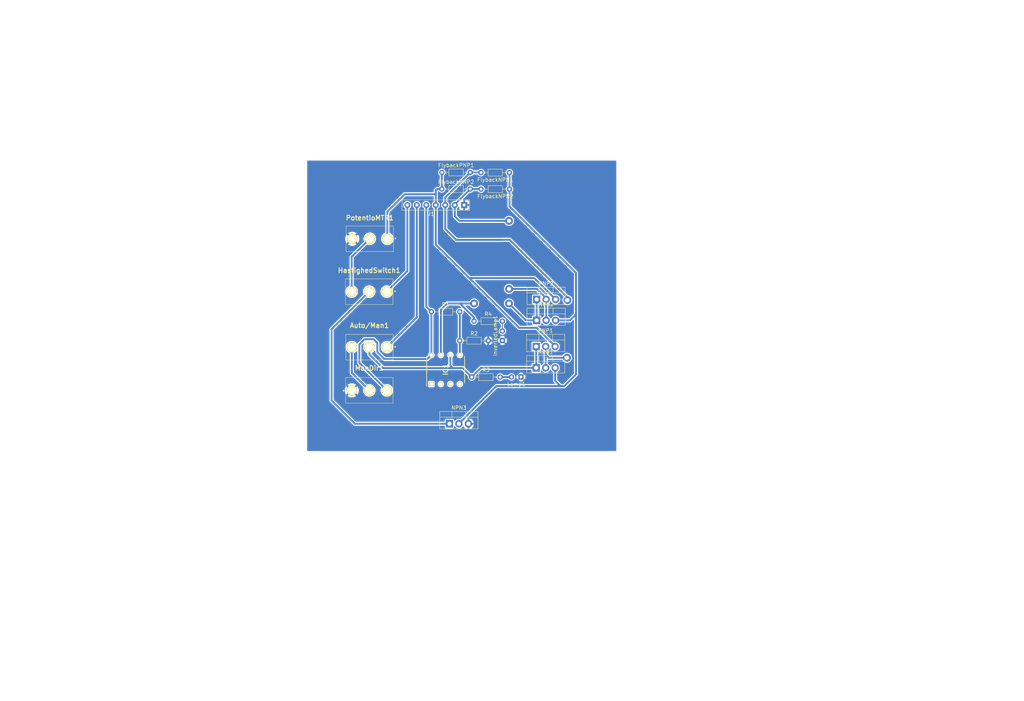
<source format=kicad_pcb>
(kicad_pcb (version 20211014) (generator pcbnew)
  (layers (0 "F.Cu" signal) (31 "B.Cu" signal) (34 "B.Paste" user) (35 "F.Paste" user) (36 "B.SilkS" user "B.Silkscreen") (37 "F.SilkS" user "F.Silkscreen") (38 "B.Mask" user) (39 "F.Mask" user) (44 "Edge.Cuts" user))
  (net 0 "")
  (net 1 "Net-(FlybackNPN1-Pad1)")
  (net 2 "GNDREF")
  (net 3 "Net-(HastighedSwitch1-Pad3)")
  (net 4 "/SPD")
  (net 5 "/5V")
  (net 6 "/DIR")
  (net 7 "Net-(Auto/Man1-Pad3)")
  (net 8 "/6V")
  (net 9 "/MTR +")
  (net 10 "/MTR -")
  (net 11 "Net-(HastighedSwitch1-Pad2)")
  (net 12 "Net-(IC1-Pad7)")
  (net 13 "Net-(IC1-Pad5)")
  (net 18 "Net-(InvertedLamp1-Pad2)")
  (net 19 "Net-(Lamp1-Pad2)")
  (net 20 "Net-(NPN1-Pad1)")
  (footprint "Package_TO_SOT_THT:TO-220-3_Vertical" (layer "F.Cu") (at 156.464 98.5774)
    (fp_text reference "NPN2" (at 2.54 -4.27) (layer "F.SilkS"))
    (fp_text value "IRF540N" hide)
    (fp_line (start 7.66 -3.27) (end 7.66 1.371) (layer "F.SilkS") (width 0.12))
    (fp_line (start 4.391 -3.27) (end 4.391 -1.76) (layer "F.SilkS") (width 0.12))
    (fp_line (start -2.58 -1.76) (end 7.66 -1.76) (layer "F.SilkS") (width 0.12))
    (fp_line (start -2.58 1.371) (end 7.66 1.371) (layer "F.SilkS") (width 0.12))
    (fp_line (start -2.58 -3.27) (end -2.58 1.371) (layer "F.SilkS") (width 0.12))
    (fp_line (start 0.69 -3.27) (end 0.69 -1.76) (layer "F.SilkS") (width 0.12))
    (fp_line (start -2.58 -3.27) (end 7.66 -3.27) (layer "F.SilkS") (width 0.12))
    (pad "1" thru_hole rect (at 0 0) (size 1.905 2) (drill 1.1) (layers *.Cu *.Mask) (net 12 "Net-(IC1-Pad7)"))
    (pad "2" thru_hole oval (at 2.54 0) (size 1.905 2) (drill 1.1) (layers *.Cu *.Mask) (net 10 "/MTR -"))
    (pad "3" thru_hole oval (at 5.08 0) (size 1.905 2) (drill 1.1) (layers *.Cu *.Mask) (net 1 "Net-(FlybackNPN1-Pad1)"))
  )
  (footprint "100SP1T1B4M2QELegacy:100SP1T1B4M2QE" (layer "F.Cu") (at 111.633 117.348)
    (fp_text reference "ManDir1" (at 0 -5.969) (layer "F.SilkS") (effects (font (size 1.27 1.27) (thickness 0.254))))
    (fp_text value "100SP1T1B4M2QE" hide)
    (fp_line (start 6.35 -3.43) (end 6.35 3.43) (layer "F.SilkS") (width 0.1))
    (fp_line (start -6.35 -3.43) (end 6.35 -3.43) (layer "F.SilkS") (width 0.1))
    (fp_line (start -6.9 0) (end -6.9 0) (layer "F.SilkS") (width 0.2))
    (fp_line (start -6.35 3.43) (end -6.35 -3.43) (layer "F.SilkS") (width 0.1))
    (fp_line (start 6.35 3.43) (end -6.35 3.43) (layer "F.SilkS") (width 0.1))
    (fp_line (start -6.9 0.2) (end -6.9 0.2) (layer "F.SilkS") (width 0.2))
    (fp_arc (start -6.9 0) (mid -6.8 0.1) (end -6.9 0.2) (layer "F.SilkS") (width 0.2))
    (fp_arc (start -6.9 0.2) (mid -7 0.1) (end -6.9 0) (layer "F.SilkS") (width 0.2))
    (pad "1" thru_hole circle (at -4.7 0 90) (size 2.775 2.775) (drill 1.85) (layers *.Cu *.Mask "F.SilkS") (net 2 "GNDREF"))
    (pad "2" thru_hole circle (at 0 0 90) (size 2.775 2.775) (drill 1.85) (layers *.Cu *.Mask "F.SilkS") (net 7 "Net-(Auto/Man1-Pad3)"))
    (pad "3" thru_hole circle (at 4.7 0 90) (size 2.775 2.775) (drill 1.85) (layers *.Cu *.Mask "F.SilkS") (net 5 "/5V"))
  )
  (footprint "Resistor_THT:R_Axial_DIN0204_L3.6mm_D1.6mm_P7.62mm_Horizontal" (layer "F.Cu") (at 128.27 96.266)
    (fp_text reference "R1" (at 3.81 -1.92) (layer "F.SilkS"))
    (fp_text value "R_Small_US")
    (fp_line (start 5.73 0.92) (end 5.73 -0.92) (layer "F.SilkS") (width 0.12))
    (fp_line (start 6.68 0) (end 5.73 0) (layer "F.SilkS") (width 0.12))
    (fp_line (start 1.89 0.92) (end 5.73 0.92) (layer "F.SilkS") (width 0.12))
    (fp_line (start 1.89 -0.92) (end 1.89 0.92) (layer "F.SilkS") (width 0.12))
    (fp_line (start 5.73 -0.92) (end 1.89 -0.92) (layer "F.SilkS") (width 0.12))
    (fp_line (start 0.94 0) (end 1.89 0) (layer "F.SilkS") (width 0.12))
    (pad "1" thru_hole circle (at 0 0) (size 1.4 1.4) (drill 0.7) (layers *.Cu *.Mask) (net 5 "/5V"))
    (pad "2" thru_hole oval (at 7.62 0) (size 1.4 1.4) (drill 0.7) (layers *.Cu *.Mask) (net 13 "Net-(IC1-Pad5)"))
  )
  (footprint "Package_TO_SOT_THT:TO-220-3_Vertical" (layer "F.Cu") (at 156.337 111.308)
    (fp_text reference "NPN1" (at 2.54 -4.27) (layer "F.SilkS"))
    (fp_text value "IRF540N" hide)
    (fp_line (start 7.66 -3.27) (end 7.66 1.371) (layer "F.SilkS") (width 0.12))
    (fp_line (start 4.391 -3.27) (end 4.391 -1.76) (layer "F.SilkS") (width 0.12))
    (fp_line (start 0.69 -3.27) (end 0.69 -1.76) (layer "F.SilkS") (width 0.12))
    (fp_line (start -2.58 1.371) (end 7.66 1.371) (layer "F.SilkS") (width 0.12))
    (fp_line (start -2.58 -1.76) (end 7.66 -1.76) (layer "F.SilkS") (width 0.12))
    (fp_line (start -2.58 -3.27) (end -2.58 1.371) (layer "F.SilkS") (width 0.12))
    (fp_line (start -2.58 -3.27) (end 7.66 -3.27) (layer "F.SilkS") (width 0.12))
    (pad "1" thru_hole rect (at 0 0) (size 1.905 2) (drill 1.1) (layers *.Cu *.Mask) (net 20 "Net-(NPN1-Pad1)"))
    (pad "2" thru_hole oval (at 2.54 0) (size 1.905 2) (drill 1.1) (layers *.Cu *.Mask) (net 9 "/MTR +"))
    (pad "3" thru_hole oval (at 5.08 0) (size 1.905 2) (drill 1.1) (layers *.Cu *.Mask) (net 1 "Net-(FlybackNPN1-Pad1)"))
  )
  (footprint "Resistor_THT:R_Axial_DIN0204_L3.6mm_D1.6mm_P7.62mm_Horizontal" (layer "F.Cu") (at 131.064 58.928)
    (fp_text reference "FlybackPNP1" (at 3.81 -1.92) (layer "F.SilkS"))
    (fp_text value "R_Small_US")
    (fp_line (start 5.73 0.92) (end 5.73 -0.92) (layer "F.SilkS") (width 0.12))
    (fp_line (start 5.73 -0.92) (end 1.89 -0.92) (layer "F.SilkS") (width 0.12))
    (fp_line (start 1.89 -0.92) (end 1.89 0.92) (layer "F.SilkS") (width 0.12))
    (fp_line (start 6.68 0) (end 5.73 0) (layer "F.SilkS") (width 0.12))
    (fp_line (start 1.89 0.92) (end 5.73 0.92) (layer "F.SilkS") (width 0.12))
    (fp_line (start 0.94 0) (end 1.89 0) (layer "F.SilkS") (width 0.12))
    (pad "1" thru_hole circle (at 0 0) (size 1.4 1.4) (drill 0.7) (layers *.Cu *.Mask) (net 8 "/6V"))
    (pad "2" thru_hole oval (at 7.62 0) (size 1.4 1.4) (drill 0.7) (layers *.Cu *.Mask) (net 9 "/MTR +"))
  )
  (footprint "Package_TO_SOT_THT:TO-220-3_Vertical" (layer "F.Cu") (at 156.464 92.964)
    (fp_text reference "PNP2" (at 2.54 -4.27) (layer "F.SilkS"))
    (fp_text value "IRF9540N" hide)
    (fp_line (start -2.58 -3.27) (end -2.58 1.371) (layer "F.SilkS") (width 0.12))
    (fp_line (start -2.58 -1.76) (end 7.66 -1.76) (layer "F.SilkS") (width 0.12))
    (fp_line (start 7.66 -3.27) (end 7.66 1.371) (layer "F.SilkS") (width 0.12))
    (fp_line (start 0.69 -3.27) (end 0.69 -1.76) (layer "F.SilkS") (width 0.12))
    (fp_line (start -2.58 -3.27) (end 7.66 -3.27) (layer "F.SilkS") (width 0.12))
    (fp_line (start -2.58 1.371) (end 7.66 1.371) (layer "F.SilkS") (width 0.12))
    (fp_line (start 4.391 -3.27) (end 4.391 -1.76) (layer "F.SilkS") (width 0.12))
    (pad "1" thru_hole rect (at 0 0) (size 1.905 2) (drill 1.1) (layers *.Cu *.Mask) (net 12 "Net-(IC1-Pad7)"))
    (pad "2" thru_hole oval (at 2.54 0) (size 1.905 2) (drill 1.1) (layers *.Cu *.Mask) (net 10 "/MTR -"))
    (pad "3" thru_hole oval (at 5.08 0) (size 1.905 2) (drill 1.1) (layers *.Cu *.Mask) (net 8 "/6V"))
  )
  (footprint "100SP1T1B4M2QELegacy:100SP1T1B4M2QE" (layer "F.Cu") (at 111.6076 90.8812 180)
    (fp_text reference "HastighedSwitch1" (at 0 5.6896) (layer "F.SilkS") (effects (font (size 1.27 1.27) (thickness 0.254))))
    (fp_text value "100SP1T1B4M2QE" hide)
    (fp_line (start -6.35 -3.43) (end 6.35 -3.43) (layer "F.SilkS") (width 0.1))
    (fp_line (start -6.9 0.2) (end -6.9 0.2) (layer "F.SilkS") (width 0.2))
    (fp_line (start -6.9 0) (end -6.9 0) (layer "F.SilkS") (width 0.2))
    (fp_line (start 6.35 -3.43) (end 6.35 3.43) (layer "F.SilkS") (width 0.1))
    (fp_line (start -6.35 3.43) (end -6.35 -3.43) (layer "F.SilkS") (width 0.1))
    (fp_line (start 6.35 3.43) (end -6.35 3.43) (layer "F.SilkS") (width 0.1))
    (fp_arc (start -6.9 0.2) (mid -7 0.1) (end -6.9 0) (layer "F.SilkS") (width 0.2))
    (fp_arc (start -6.9 0) (mid -6.8 0.1) (end -6.9 0.2) (layer "F.SilkS") (width 0.2))
    (pad "1" thru_hole circle (at -4.7 0 270) (size 2.775 2.775) (drill 1.85) (layers *.Cu *.Mask "F.SilkS") (net 6 "/DIR"))
    (pad "2" thru_hole circle (at 0 0 270) (size 2.775 2.775) (drill 1.85) (layers *.Cu *.Mask "F.SilkS") (net 11 "Net-(HastighedSwitch1-Pad2)"))
    (pad "3" thru_hole circle (at 4.7 0 270) (size 2.775 2.775) (drill 1.85) (layers *.Cu *.Mask "F.SilkS") (net 3 "Net-(HastighedSwitch1-Pad3)"))
  )
  (footprint "Package_TO_SOT_THT:TO-220-3_Vertical" (layer "F.Cu") (at 133.096 126.294)
    (fp_text reference "NPN3" (at 2.54 -4.27) (layer "F.SilkS"))
    (fp_text value "IRF540N")
    (fp_line (start 0.69 -3.27) (end 0.69 -1.76) (layer "F.SilkS") (width 0.12))
    (fp_line (start 4.391 -3.27) (end 4.391 -1.76) (layer "F.SilkS") (width 0.12))
    (fp_line (start -2.58 1.371) (end 7.66 1.371) (layer "F.SilkS") (width 0.12))
    (fp_line (start 7.66 -3.27) (end 7.66 1.371) (layer "F.SilkS") (width 0.12))
    (fp_line (start -2.58 -1.76) (end 7.66 -1.76) (layer "F.SilkS") (width 0.12))
    (fp_line (start -2.58 -3.27) (end -2.58 1.371) (layer "F.SilkS") (width 0.12))
    (fp_line (start -2.58 -3.27) (end 7.66 -3.27) (layer "F.SilkS") (width 0.12))
    (pad "1" thru_hole rect (at 0 0) (size 1.905 2) (drill 1.1) (layers *.Cu *.Mask) (net 11 "Net-(HastighedSwitch1-Pad2)"))
    (pad "2" thru_hole oval (at 2.54 0) (size 1.905 2) (drill 1.1) (layers *.Cu *.Mask) (net 1 "Net-(FlybackNPN1-Pad1)"))
    (pad "3" thru_hole oval (at 5.08 0) (size 1.905 2) (drill 1.1) (layers *.Cu *.Mask) (net 2 "GNDREF"))
  )
  (footprint "MCP6542-I_P:DIP781W56P254L950H533Q8N" (layer "F.Cu") (at 132.08 111.76 90)
    (fp_text reference "IC1" (at 0 0 90) (layer "F.SilkS") (effects (font (size 1.27 1.27) (thickness 0.254))))
    (fp_text value "MCP6542-I_P" hide)
    (fp_line (start -3.556 5.08) (end 3.556 5.08) (layer "F.SilkS") (width 0.2))
    (fp_line (start -4.484 -5.08) (end 3.556 -5.08) (layer "F.SilkS") (width 0.2))
    (pad "1" thru_hole rect (at -3.905 -3.81 180) (size 1.158 1.158) (drill 0.758) (layers *.Cu *.Mask "F.SilkS"))
    (pad "2" thru_hole circle (at -3.905 -1.27 180) (size 1.158 1.158) (drill 0.758) (layers *.Cu *.Mask "F.SilkS"))
    (pad "3" thru_hole circle (at -3.905 1.27 180) (size 1.158 1.158) (drill 0.758) (layers *.Cu *.Mask "F.SilkS"))
    (pad "4" thru_hole circle (at -3.905 3.81 180) (size 1.158 1.158) (drill 0.758) (layers *.Cu *.Mask "F.SilkS"))
    (pad "5" thru_hole circle (at 3.905 3.81 180) (size 1.158 1.158) (drill 0.758) (layers *.Cu *.Mask "F.SilkS") (net 13 "Net-(IC1-Pad5)"))
    (pad "6" thru_hole circle (at 3.905 1.27 180) (size 1.158 1.158) (drill 0.758) (layers *.Cu *.Mask "F.SilkS") (net 20 "Net-(NPN1-Pad1)"))
    (pad "7" thru_hole circle (at 3.905 -1.27 180) (size 1.158 1.158) (drill 0.758) (layers *.Cu *.Mask "F.SilkS") (net 12 "Net-(IC1-Pad7)"))
    (pad "8" thru_hole circle (at 3.905 -3.81 180) (size 1.158 1.158) (drill 0.758) (layers *.Cu *.Mask "F.SilkS") (net 5 "/5V"))
  )
  (footprint "Resistor_THT:R_Axial_DIN0204_L3.6mm_D1.6mm_P2.54mm_Vertical" (layer "F.Cu") (at 152.273 113.7666 180)
    (fp_text reference "Lamp1" (at 1.27 -1.92 180) (layer "F.SilkS"))
    (fp_text value "Lamp")
    (fp_line (start 0.92 0) (end 1.54 0) (layer "F.SilkS") (width 0.12))
    (fp_circle (center 0 0) (end 0.92 0) (layer "F.SilkS") (width 0.12) (fill none))
    (pad "1" thru_hole circle (at 0 0 180) (size 1.4 1.4) (drill 0.7) (layers *.Cu *.Mask) (net 2 "GNDREF"))
    (pad "2" thru_hole oval (at 2.54 0 180) (size 1.4 1.4) (drill 0.7) (layers *.Cu *.Mask) (net 19 "Net-(Lamp1-Pad2)"))
  )
  (footprint "Resistor_THT:R_Axial_DIN0204_L3.6mm_D1.6mm_P7.62mm_Horizontal" (layer "F.Cu") (at 149.1742 58.9788 180)
    (fp_text reference "FlybackNPN1" (at 3.81 -1.92 180) (layer "F.SilkS"))
    (fp_text value "R_Small_US")
    (fp_line (start 0.94 0) (end 1.89 0) (layer "F.SilkS") (width 0.12))
    (fp_line (start 5.73 -0.92) (end 1.89 -0.92) (layer "F.SilkS") (width 0.12))
    (fp_line (start 1.89 0.92) (end 5.73 0.92) (layer "F.SilkS") (width 0.12))
    (fp_line (start 5.73 0.92) (end 5.73 -0.92) (layer "F.SilkS") (width 0.12))
    (fp_line (start 1.89 -0.92) (end 1.89 0.92) (layer "F.SilkS") (width 0.12))
    (fp_line (start 6.68 0) (end 5.73 0) (layer "F.SilkS") (width 0.12))
    (pad "1" thru_hole circle (at 0 0 180) (size 1.4 1.4) (drill 0.7) (layers *.Cu *.Mask) (net 1 "Net-(FlybackNPN1-Pad1)"))
    (pad "2" thru_hole oval (at 7.62 0 180) (size 1.4 1.4) (drill 0.7) (layers *.Cu *.Mask) (net 9 "/MTR +"))
  )
  (footprint "Resistor_THT:R_Axial_DIN0204_L3.6mm_D1.6mm_P2.54mm_Vertical" (layer "F.Cu") (at 147.2946 103.9876 90)
    (fp_text reference "InvertedLamp1" (at 1.27 -1.92 90) (layer "F.SilkS"))
    (fp_text value "Lamp")
    (fp_line (start 0.92 0) (end 1.54 0) (layer "F.SilkS") (width 0.12))
    (fp_circle (center 0 0) (end 0.92 0) (layer "F.SilkS") (width 0.12) (fill none))
    (pad "1" thru_hole circle (at 0 0 90) (size 1.4 1.4) (drill 0.7) (layers *.Cu *.Mask) (net 2 "GNDREF"))
    (pad "2" thru_hole oval (at 2.54 0 90) (size 1.4 1.4) (drill 0.7) (layers *.Cu *.Mask) (net 18 "Net-(InvertedLamp1-Pad2)"))
  )
  (footprint "Resistor_THT:R_Axial_DIN0204_L3.6mm_D1.6mm_P7.62mm_Horizontal" (layer "F.Cu") (at 139.6746 98.806)
    (fp_text reference "R4" (at 3.81 -1.92) (layer "F.SilkS"))
    (fp_text value "R")
    (fp_line (start 0.94 0) (end 1.89 0) (layer "F.SilkS") (width 0.12))
    (fp_line (start 5.73 0.92) (end 5.73 -0.92) (layer "F.SilkS") (width 0.12))
    (fp_line (start 1.89 -0.92) (end 1.89 0.92) (layer "F.SilkS") (width 0.12))
    (fp_line (start 5.73 -0.92) (end 1.89 -0.92) (layer "F.SilkS") (width 0.12))
    (fp_line (start 6.68 0) (end 5.73 0) (layer "F.SilkS") (width 0.12))
    (fp_line (start 1.89 0.92) (end 5.73 0.92) (layer "F.SilkS") (width 0.12))
    (pad "1" thru_hole circle (at 0 0) (size 1.4 1.4) (drill 0.7) (layers *.Cu *.Mask) (net 12 "Net-(IC1-Pad7)"))
    (pad "2" thru_hole oval (at 7.62 0) (size 1.4 1.4) (drill 0.7) (layers *.Cu *.Mask) (net 18 "Net-(InvertedLamp1-Pad2)"))
  )
  (footprint "Resistor_THT:R_Array_SIP7" (layer "F.Cu") (at 137.0584 67.6656 180)
    (fp_text reference "J1" (at 8.89 -2.4) (layer "F.SilkS"))
    (fp_text value "Conn_01x07_Male")
    (fp_line (start -1.44 1.4) (end 16.68 1.4) (layer "F.SilkS") (width 0.12))
    (fp_line (start 16.68 -1.4) (end -1.44 -1.4) (layer "F.SilkS") (width 0.12))
    (fp_line (start 16.68 1.4) (end 16.68 -1.4) (layer "F.SilkS") (width 0.12))
    (fp_line (start -1.44 -1.4) (end -1.44 1.4) (layer "F.SilkS") (width 0.12))
    (fp_line (start 1.27 -1.4) (end 1.27 1.4) (layer "F.SilkS") (width 0.12))
    (pad "1" thru_hole rect (at 0 0 180) (size 1.6 1.6) (drill 0.8) (layers *.Cu *.Mask) (net 2 "GNDREF"))
    (pad "2" thru_hole oval (at 2.54 0 180) (size 1.6 1.6) (drill 0.8) (layers *.Cu *.Mask) (net 10 "/MTR -"))
    (pad "3" thru_hole oval (at 5.08 0 180) (size 1.6 1.6) (drill 0.8) (layers *.Cu *.Mask) (net 9 "/MTR +"))
    (pad "4" thru_hole oval (at 7.62 0 180) (size 1.6 1.6) (drill 0.8) (layers *.Cu *.Mask) (net 8 "/6V"))
    (pad "5" thru_hole oval (at 10.16 0 180) (size 1.6 1.6) (drill 0.8) (layers *.Cu *.Mask) (net 5 "/5V"))
    (pad "6" thru_hole oval (at 12.7 0 180) (size 1.6 1.6) (drill 0.8) (layers *.Cu *.Mask) (net 4 "/SPD"))
    (pad "7" thru_hole oval (at 15.24 0 180) (size 1.6 1.6) (drill 0.8) (layers *.Cu *.Mask) (net 6 "/DIR"))
  )
  (footprint "100SP1T1B4M2QELegacy:100SP1T1B4M2QE" (layer "F.Cu") (at 111.6584 105.7656 180)
    (fp_text reference "Auto/Man1" (at 0 5.8166) (layer "F.SilkS") (effects (font (size 1.27 1.27) (thickness 0.254))))
    (fp_text value "100SP1T1B4M2QE" hide)
    (fp_line (start -6.35 3.43) (end -6.35 -3.43) (layer "F.SilkS") (width 0.1))
    (fp_line (start -6.9 0) (end -6.9 0) (layer "F.SilkS") (width 0.2))
    (fp_line (start 6.35 -3.43) (end 6.35 3.43) (layer "F.SilkS") (width 0.1))
    (fp_line (start -6.35 -3.43) (end 6.35 -3.43) (layer "F.SilkS") (width 0.1))
    (fp_line (start 6.35 3.43) (end -6.35 3.43) (layer "F.SilkS") (width 0.1))
    (fp_line (start -6.9 0.2) (end -6.9 0.2) (layer "F.SilkS") (width 0.2))
    (fp_arc (start -6.9 0.2) (mid -7 0.1) (end -6.9 0) (layer "F.SilkS") (width 0.2))
    (fp_arc (start -6.9 0) (mid -6.8 0.1) (end -6.9 0.2) (layer "F.SilkS") (width 0.2))
    (pad "1" thru_hole circle (at -4.7 0 270) (size 2.775 2.775) (drill 1.85) (layers *.Cu *.Mask "F.SilkS") (net 4 "/SPD"))
    (pad "2" thru_hole circle (at 0 0 270) (size 2.775 2.775) (drill 1.85) (layers *.Cu *.Mask "F.SilkS") (net 20 "Net-(NPN1-Pad1)"))
    (pad "3" thru_hole circle (at 4.7 0 270) (size 2.775 2.775) (drill 1.85) (layers *.Cu *.Mask "F.SilkS") (net 7 "Net-(Auto/Man1-Pad3)"))
  )
  (footprint "Resistor_THT:R_Axial_DIN0204_L3.6mm_D1.6mm_P7.62mm_Horizontal" (layer "F.Cu") (at 135.89 104.0384)
    (fp_text reference "R2" (at 3.81 -1.92) (layer "F.SilkS"))
    (fp_text value "R_Small_US")
    (fp_line (start 6.68 0) (end 5.73 0) (layer "F.SilkS") (width 0.12))
    (fp_line (start 5.73 0.92) (end 5.73 -0.92) (layer "F.SilkS") (width 0.12))
    (fp_line (start 1.89 0.92) (end 5.73 0.92) (layer "F.SilkS") (width 0.12))
    (fp_line (start 0.94 0) (end 1.89 0) (layer "F.SilkS") (width 0.12))
    (fp_line (start 1.89 -0.92) (end 1.89 0.92) (layer "F.SilkS") (width 0.12))
    (fp_line (start 5.73 -0.92) (end 1.89 -0.92) (layer "F.SilkS") (width 0.12))
    (pad "1" thru_hole circle (at 0 0) (size 1.4 1.4) (drill 0.7) (layers *.Cu *.Mask) (net 13 "Net-(IC1-Pad5)"))
    (pad "2" thru_hole oval (at 7.62 0) (size 1.4 1.4) (drill 0.7) (layers *.Cu *.Mask) (net 2 "GNDREF"))
  )
  (footprint "Resistor_THT:R_Axial_DIN0204_L3.6mm_D1.6mm_P7.62mm_Horizontal" (layer "F.Cu") (at 131.064 63.373)
    (fp_text reference "FlybackPNP2" (at 3.81 -1.92) (layer "F.SilkS"))
    (fp_text value "R_Small_US")
    (fp_line (start 5.73 0.92) (end 5.73 -0.92) (layer "F.SilkS") (width 0.12))
    (fp_line (start 1.89 -0.92) (end 1.89 0.92) (layer "F.SilkS") (width 0.12))
    (fp_line (start 5.73 -0.92) (end 1.89 -0.92) (layer "F.SilkS") (width 0.12))
    (fp_line (start 6.68 0) (end 5.73 0) (layer "F.SilkS") (width 0.12))
    (fp_line (start 0.94 0) (end 1.89 0) (layer "F.SilkS") (width 0.12))
    (fp_line (start 1.89 0.92) (end 5.73 0.92) (layer "F.SilkS") (width 0.12))
    (pad "1" thru_hole circle (at 0 0) (size 1.4 1.4) (drill 0.7) (layers *.Cu *.Mask) (net 8 "/6V"))
    (pad "2" thru_hole oval (at 7.62 0) (size 1.4 1.4) (drill 0.7) (layers *.Cu *.Mask) (net 10 "/MTR -"))
  )
  (footprint "Package_TO_SOT_THT:TO-220-3_Vertical" (layer "F.Cu") (at 156.337 105.593)
    (fp_text reference "PNP1" (at 2.54 -4.27) (layer "F.SilkS"))
    (fp_text value "IRF9540N" hide)
    (fp_line (start -2.58 -3.27) (end 7.66 -3.27) (layer "F.SilkS") (width 0.12))
    (fp_line (start -2.58 1.371) (end 7.66 1.371) (layer "F.SilkS") (width 0.12))
    (fp_line (start -2.58 -1.76) (end 7.66 -1.76) (layer "F.SilkS") (width 0.12))
    (fp_line (start -2.58 -3.27) (end -2.58 1.371) (layer "F.SilkS") (width 0.12))
    (fp_line (start 0.69 -3.27) (end 0.69 -1.76) (layer "F.SilkS") (width 0.12))
    (fp_line (start 4.391 -3.27) (end 4.391 -1.76) (layer "F.SilkS") (width 0.12))
    (fp_line (start 7.66 -3.27) (end 7.66 1.371) (layer "F.SilkS") (width 0.12))
    (pad "1" thru_hole rect (at 0 0) (size 1.905 2) (drill 1.1) (layers *.Cu *.Mask) (net 20 "Net-(NPN1-Pad1)"))
    (pad "2" thru_hole oval (at 2.54 0) (size 1.905 2) (drill 1.1) (layers *.Cu *.Mask) (net 9 "/MTR +"))
    (pad "3" thru_hole oval (at 5.08 0) (size 1.905 2) (drill 1.1) (layers *.Cu *.Mask) (net 8 "/6V"))
  )
  (footprint "Resistor_THT:R_Axial_DIN0204_L3.6mm_D1.6mm_P7.62mm_Horizontal" (layer "F.Cu") (at 139.065 113.792)
    (fp_text reference "R3" (at 3.81 -1.92) (layer "F.SilkS"))
    (fp_text value "R")
    (fp_line (start 6.68 0) (end 5.73 0) (layer "F.SilkS") (width 0.12))
    (fp_line (start 1.89 -0.92) (end 1.89 0.92) (layer "F.SilkS") (width 0.12))
    (fp_line (start 0.94 0) (end 1.89 0) (layer "F.SilkS") (width 0.12))
    (fp_line (start 5.73 0.92) (end 5.73 -0.92) (layer "F.SilkS") (width 0.12))
    (fp_line (start 1.89 0.92) (end 5.73 0.92) (layer "F.SilkS") (width 0.12))
    (fp_line (start 5.73 -0.92) (end 1.89 -0.92) (layer "F.SilkS") (width 0.12))
    (pad "1" thru_hole circle (at 0 0) (size 1.4 1.4) (drill 0.7) (layers *.Cu *.Mask) (net 20 "Net-(NPN1-Pad1)"))
    (pad "2" thru_hole oval (at 7.62 0) (size 1.4 1.4) (drill 0.7) (layers *.Cu *.Mask) (net 19 "Net-(Lamp1-Pad2)"))
  )
  (footprint "100SP1T1B4M2QELegacy:100SP1T1B4M2QE" (layer "F.Cu") (at 111.76 76.708 180)
    (fp_text reference "PotentioMTR1" (at 0 5.588 180) (layer "F.SilkS") (effects (font (size 1.27 1.27) (thickness 0.254))))
    (fp_text value "R_Potentiometer" hide)
    (fp_line (start -6.9 0.2) (end -6.9 0.2) (layer "F.SilkS") (width 0.2))
    (fp_line (start -6.9 0) (end -6.9 0) (layer "F.SilkS") (width 0.2))
    (fp_line (start 6.35 -3.43) (end 6.35 3.43) (layer "F.SilkS") (width 0.1))
    (fp_line (start 6.35 3.43) (end -6.35 3.43) (layer "F.SilkS") (width 0.1))
    (fp_line (start -6.35 -3.43) (end 6.35 -3.43) (layer "F.SilkS") (width 0.1))
    (fp_line (start -6.35 3.43) (end -6.35 -3.43) (layer "F.SilkS") (width 0.1))
    (fp_arc (start -6.9 0) (mid -6.8 0.1) (end -6.9 0.2) (layer "F.SilkS") (width 0.2))
    (fp_arc (start -6.9 0.2) (mid -7 0.1) (end -6.9 0) (layer "F.SilkS") (width 0.2))
    (pad "1" thru_hole circle (at -4.7 0 270) (size 2.775 2.775) (drill 1.85) (layers *.Cu *.Mask "F.SilkS") (net 8 "/6V"))
    (pad "2" thru_hole circle (at 0 0 270) (size 2.775 2.775) (drill 1.85) (layers *.Cu *.Mask "F.SilkS") (net 3 "Net-(HastighedSwitch1-Pad3)"))
    (pad "3" thru_hole circle (at 4.7 0 270) (size 2.775 2.775) (drill 1.85) (layers *.Cu *.Mask "F.SilkS") (net 2 "GNDREF"))
  )
  (footprint "Resistor_THT:R_Axial_DIN0204_L3.6mm_D1.6mm_P7.62mm_Horizontal" (layer "F.Cu") (at 149.1996 63.3984 180)
    (fp_text reference "FlybackNPN2" (at 3.81 -1.92 180) (layer "F.SilkS"))
    (fp_text value "R_Small_US")
    (fp_line (start 1.89 -0.92) (end 1.89 0.92) (layer "F.SilkS") (width 0.12))
    (fp_line (start 1.89 0.92) (end 5.73 0.92) (layer "F.SilkS") (width 0.12))
    (fp_line (start 0.94 0) (end 1.89 0) (layer "F.SilkS") (width 0.12))
    (fp_line (start 5.73 -0.92) (end 1.89 -0.92) (layer "F.SilkS") (width 0.12))
    (fp_line (start 6.68 0) (end 5.73 0) (layer "F.SilkS") (width 0.12))
    (fp_line (start 5.73 0.92) (end 5.73 -0.92) (layer "F.SilkS") (width 0.12))
    (pad "1" thru_hole circle (at 0 0 180) (size 1.4 1.4) (drill 0.7) (layers *.Cu *.Mask) (net 1 "Net-(FlybackNPN1-Pad1)"))
    (pad "2" thru_hole oval (at 7.62 0 180) (size 1.4 1.4) (drill 0.7) (layers *.Cu *.Mask) (net 10 "/MTR -"))
  )
  (segment (start 149.1996 68.0466) (end 149.2123 68.0593) (width 0.25) (layer "B.Cu") (net 1))
  (segment (start 149.1996 59.0042) (end 149.1742 58.9788) (width 0.25) (layer "B.Cu") (net 1))
  (segment (start 161.4678 116.205) (end 145.669 116.205) (width 0.5) (layer "B.Cu") (net 1))
  (segment (start 167.005 113.0808) (end 163.8808 116.205) (width 0.5) (layer "B.Cu") (net 1))
  (segment (start 145.669 116.2135) (end 145.669 116.205) (width 0.25) (layer "B.Cu") (net 1))
  (segment (start 149.1996 63.3984) (end 149.1996 59.0042) (width 0.5) (layer "B.Cu") (net 1))
  (segment (start 135.636 126.2465) (end 145.669 116.2135) (width 0.5) (layer "B.Cu") (net 1))
  (segment (start 167.005 85.852) (end 167.005 96.9518) (width 0.5) (layer "B.Cu") (net 1))
  (segment (start 161.417 111.308) (end 161.417 114.7826) (width 0.5) (layer "B.Cu") (net 1))
  (segment (start 161.417 116.1542) (end 161.4678 116.205) (width 0.25) (layer "B.Cu") (net 1))
  (segment (start 163.8808 116.205) (end 162.8394 116.205) (width 0.5) (layer "B.Cu") (net 1))
  (segment (start 167.005 98.5266) (end 167.005 113.0808) (width 0.5) (layer "B.Cu") (net 1))
  (segment (start 167.005 96.9518) (end 167.005 98.5266) (width 0.5) (layer "B.Cu") (net 1))
  (segment (start 165.3794 98.5774) (end 167.005 96.9518) (width 0.5) (layer "B.Cu") (net 1))
  (segment (start 135.636 126.294) (end 135.636 126.2465) (width 0.25) (layer "B.Cu") (net 1))
  (segment (start 149.2123 68.0593) (end 167.005 85.852) (width 0.5) (layer "B.Cu") (net 1))
  (segment (start 161.417 114.7826) (end 162.8394 116.205) (width 0.5) (layer "B.Cu") (net 1))
  (segment (start 149.1996 63.3984) (end 149.1996 68.0466) (width 0.5) (layer "B.Cu") (net 1))
  (segment (start 161.544 98.5774) (end 165.3794 98.5774) (width 0.5) (layer "B.Cu") (net 1))
  (segment (start 166.9542 98.5774) (end 167.005 98.5266) (width 0.25) (layer "B.Cu") (net 1))
  (segment (start 162.8394 116.205) (end 161.4678 116.205) (width 0.5) (layer "B.Cu") (net 1))
  (segment (start 106.9076 81.5604) (end 111.76 76.708) (width 0.5) (layer "B.Cu") (net 3))
  (segment (start 106.9076 90.8812) (end 106.9076 81.5604) (width 0.5) (layer "B.Cu") (net 3))
  (segment (start 124.3584 97.7656) (end 116.3584 105.7656) (width 0.5) (layer "B.Cu") (net 4))
  (segment (start 124.3584 67.6656) (end 124.3584 97.7656) (width 0.5) (layer "B.Cu") (net 4))
  (segment (start 110.368 103.632) (end 112.776 103.632) (width 0.5) (layer "B.Cu") (net 5))
  (segment (start 128.27 101.981) (end 128.27 107.855) (width 0.5) (layer "B.Cu") (net 5))
  (segment (start 113.792 107.092) (end 115.666 108.966) (width 0.5) (layer "B.Cu") (net 5))
  (segment (start 116.266 108.966) (end 116.434 108.966) (width 0.25) (layer "B.Cu") (net 5))
  (segment (start 128.27 96.266) (end 128.27 101.981) (width 0.5) (layer "B.Cu") (net 5))
  (segment (start 126.8984 67.6656) (end 126.8984 94.8944) (width 0.5) (layer "B.Cu") (net 5))
  (segment (start 126.8984 94.8944) (end 128.27 96.266) (width 0.5) (layer "B.Cu") (net 5))
  (segment (start 112.776 103.632) (end 113.792 104.648) (width 0.5) (layer "B.Cu") (net 5))
  (segment (start 115.666 108.966) (end 116.434 108.966) (width 0.5) (layer "B.Cu") (net 5))
  (segment (start 108.966 109.981) (end 108.966 105.034) (width 0.5) (layer "B.Cu") (net 5))
  (segment (start 116.333 117.348) (end 108.966 109.981) (width 0.5) (layer "B.Cu") (net 5))
  (segment (start 113.792 104.648) (end 113.792 107.092) (width 0.5) (layer "B.Cu") (net 5))
  (segment (start 116.434 108.966) (end 127.159 108.966) (width 0.5) (layer "B.Cu") (net 5))
  (segment (start 127.159 108.966) (end 128.27 107.855) (width 0.5) (layer "B.Cu") (net 5))
  (segment (start 108.966 105.034) (end 110.368 103.632) (width 0.5) (layer "B.Cu") (net 5))
  (segment (start 121.8184 67.6656) (end 121.8184 85.3704) (width 0.5) (layer "B.Cu") (net 6))
  (segment (start 121.8184 85.3704) (end 116.3076 90.8812) (width 0.5) (layer "B.Cu") (net 6))
  (segment (start 106.9584 112.6734) (end 111.633 117.348) (width 0.5) (layer "B.Cu") (net 7))
  (segment (start 106.9584 105.7656) (end 106.9584 112.6734) (width 0.5) (layer "B.Cu") (net 7))
  (segment (start 156.464 100.584) (end 161.417 105.537) (width 0.5) (layer "B.Cu") (net 8))
  (segment (start 129.286 64.77) (end 129.4384 64.6176) (width 0.5) (layer "B.Cu") (net 8))
  (segment (start 116.46 76.708) (end 116.46 69.4426) (width 0.5) (layer "B.Cu") (net 8))
  (segment (start 121.1326 64.77) (end 129.286 64.77) (width 0.5) (layer "B.Cu") (net 8))
  (segment (start 129.8038 63.373) (end 131.064 63.373) (width 0.5) (layer "B.Cu") (net 8))
  (segment (start 116.46 69.4426) (end 121.1326 64.77) (width 0.5) (layer "B.Cu") (net 8))
  (segment (start 129.4384 78.2574) (end 129.4384 67.6656) (width 0.5) (layer "B.Cu") (net 8))
  (segment (start 151.765 100.584) (end 156.464 100.584) (width 0.5) (layer "B.Cu") (net 8))
  (segment (start 155.829 87.249) (end 138.43 87.249) (width 0.5) (layer "B.Cu") (net 8))
  (segment (start 129.4384 63.7384) (end 129.8038 63.373) (width 0.5) (layer "B.Cu") (net 8))
  (segment (start 138.43 87.249) (end 151.765 100.584) (width 0.5) (layer "B.Cu") (net 8))
  (segment (start 138.43 87.249) (end 129.4384 78.2574) (width 0.5) (layer "B.Cu") (net 8))
  (segment (start 129.4384 67.6656) (end 129.4384 64.6176) (width 0.5) (layer "B.Cu") (net 8))
  (segment (start 129.4384 64.6176) (end 129.4384 63.7384) (width 0.5) (layer "B.Cu") (net 8))
  (segment (start 161.417 105.537) (end 161.417 105.593) (width 0.25) (layer "B.Cu") (net 8))
  (segment (start 161.544 92.964) (end 155.829 87.249) (width 0.5) (layer "B.Cu") (net 8))
  (segment (start 131.064 63.373) (end 131.064 58.928) (width 0.5) (layer "B.Cu") (net 8))
  (segment (start 164.592 108.6104) (end 164.719 108.4834) (width 0.5) (layer "F.Cu") (net 9))
  (via (at 164.592 108.6104) (size 2.1) (drill 1.1) (layers "F.Cu" "B.Cu") (net 9))
  (via (at 164.719 93.1672) (size 2.1) (drill 1.1) (layers "F.Cu" "B.Cu") (net 9))
  (segment (start 141.5034 58.928) (end 141.5542 58.9788) (width 0.5) (layer "B.Cu") (net 9))
  (segment (start 158.877 105.593) (end 158.877 107.7214) (width 0.5) (layer "B.Cu") (net 9))
  (segment (start 164.592 108.6104) (end 159.766 108.6104) (width 0.5) (layer "B.Cu") (net 9))
  (segment (start 164.5666 108.585) (end 164.592 108.6104) (width 0.5) (layer "B.Cu") (net 9))
  (segment (start 147.436261 77.0128) (end 134.963739 77.0128) (width 0.5) (layer "B.Cu") (net 9))
  (segment (start 158.877 108.585) (end 158.877 111.308) (width 0.5) (layer "B.Cu") (net 9))
  (segment (start 134.963739 77.0128) (end 134.950939 77) (width 0.5) (layer "B.Cu") (net 9))
  (segment (start 159.766 108.6104) (end 158.877 107.7214) (width 0.5) (layer "B.Cu") (net 9))
  (segment (start 134.875939 76.975939) (end 131.9784 74.0784) (width 0.5) (layer "B.Cu") (net 9))
  (segment (start 147.636062 76.986061) (end 149.249061 76.986061) (width 0.5) (layer "B.Cu") (net 9))
  (segment (start 158.877 105.593) (end 158.877 105.281478) (width 0.5) (layer "B.Cu") (net 9))
  (segment (start 147.449061 77) (end 147.436261 77.0128) (width 0.5) (layer "B.Cu") (net 9))
  (segment (start 158.877 107.7214) (end 158.877 108.585) (width 0.5) (layer "B.Cu") (net 9))
  (segment (start 149.249061 76.986061) (end 164.719 92.456) (width 0.5) (layer "B.Cu") (net 9))
  (segment (start 138.684 58.928) (end 141.5034 58.928) (width 0.5) (layer "B.Cu") (net 9))
  (segment (start 131.9784 65.6336) (end 131.9784 67.6656) (width 0.5) (layer "B.Cu") (net 9))
  (segment (start 164.719 92.456) (end 164.719 93.1672) (width 0.5) (layer "B.Cu") (net 9))
  (segment (start 147.65 77) (end 147.636062 76.986061) (width 0.2) (layer "B.Cu") (net 9))
  (segment (start 138.684 58.928) (end 131.9784 65.6336) (width 0.5) (layer "B.Cu") (net 9))
  (segment (start 131.9784 74.0784) (end 131.9784 67.6656) (width 0.5) (layer "B.Cu") (net 9))
  (via (at 149.0726 71.9074) (size 2.1) (drill 1.1) (layers "F.Cu" "B.Cu") (net 10))
  (via (at 149.0726 90.1446) (size 2.1) (drill 1.1) (layers "F.Cu" "B.Cu") (net 10))
  (segment (start 138.684 63.373) (end 134.5184 67.5386) (width 0.5) (layer "B.Cu") (net 10))
  (segment (start 156.496122 90.1446) (end 158.877 92.525478) (width 0.5) (layer "B.Cu") (net 10))
  (segment (start 150.072077 90.1446) (end 149.0726 90.1446) (width 0.5) (layer "B.Cu") (net 10))
  (segment (start 158.877 92.525478) (end 158.877 92.964) (width 0.5) (layer "B.Cu") (net 10))
  (segment (start 149.0726 71.9074) (end 135.7884 71.9074) (width 0.5) (layer "B.Cu") (net 10))
  (segment (start 150.072077 90.1446) (end 156.496122 90.1446) (width 0.5) (layer "B.Cu") (net 10))
  (segment (start 135.7884 71.9074) (end 134.5438 70.6628) (width 0.5) (layer "B.Cu") (net 10))
  (segment (start 134.5438 67.691) (end 134.5184 67.6656) (width 0.5) (layer "B.Cu") (net 10))
  (segment (start 134.5184 67.5386) (end 134.5184 67.6656) (width 0.5) (layer "B.Cu") (net 10))
  (segment (start 141.5542 63.373) (end 141.5796 63.3984) (width 0.5) (layer "B.Cu") (net 10))
  (segment (start 158.877 92.964) (end 159.004 92.964) (width 0.2) (layer "B.Cu") (net 10))
  (segment (start 159.004 92.964) (end 159.004 98.5774) (width 0.5) (layer "B.Cu") (net 10))
  (segment (start 134.5438 70.6628) (end 134.5438 67.691) (width 0.5) (layer "B.Cu") (net 10))
  (segment (start 138.684 63.373) (end 141.5542 63.373) (width 0.5) (layer "B.Cu") (net 10))
  (segment (start 107.752 126.294) (end 101.473 120.015) (width 0.5) (layer "B.Cu") (net 11))
  (segment (start 133.096 126.294) (end 107.752 126.294) (width 0.5) (layer "B.Cu") (net 11))
  (segment (start 111.6076 90.8812) (end 101.5238 100.965) (width 0.5) (layer "B.Cu") (net 11))
  (segment (start 101.5238 100.965) (end 101.5238 119.9642) (width 0.5) (layer "B.Cu") (net 11))
  (segment (start 101.5238 119.9642) (end 101.473 120.015) (width 0.25) (layer "B.Cu") (net 11))
  (via (at 149.0472 94.0562) (size 2.1) (drill 1.1) (layers "F.Cu" "B.Cu") (net 12))
  (via (at 139.7 94.0562) (size 2.1) (drill 1.1) (layers "F.Cu" "B.Cu") (net 12))
  (segment (start 130.81 95.758) (end 132.5118 94.0562) (width 0.5) (layer "B.Cu") (net 12))
  (segment (start 136.0678 94.0562) (end 135.991274 94.132726) (width 0.5) (layer "B.Cu") (net 12))
  (segment (start 153.5684 98.5774) (end 156.464 98.5774) (width 0.5) (layer "B.Cu") (net 12))
  (segment (start 156.3624 98.679) (end 156.464 98.5774) (width 0.25) (layer "B.Cu") (net 12))
  (segment (start 139.6746 97.816051) (end 139.6746 98.806) (width 0.5) (layer "B.Cu") (net 12))
  (segment (start 132.5118 94.0562) (end 136.0678 94.0562) (width 0.5) (layer "B.Cu") (net 12))
  (segment (start 135.991274 94.132726) (end 139.6746 97.816051) (width 0.5) (layer "B.Cu") (net 12))
  (segment (start 156.464 92.964) (end 156.464 98.5774) (width 0.5) (layer "B.Cu") (net 12))
  (segment (start 149.0472 94.0562) (end 153.5684 98.5774) (width 0.5) (layer "B.Cu") (net 12))
  (segment (start 139.7 94.0562) (end 136.0678 94.0562) (width 0.5) (layer "B.Cu") (net 12))
  (segment (start 130.81 107.855) (end 130.81 95.758) (width 0.5) (layer "B.Cu") (net 12))
  (segment (start 135.89 104.013) (end 135.89 107.855) (width 0.5) (layer "B.Cu") (net 13))
  (segment (start 135.89 104.0384) (end 135.89 96.266) (width 0.5) (layer "B.Cu") (net 13))
  (segment (start 147.2946 98.806) (end 147.2946 101.4476) (width 0.25) (layer "B.Cu") (net 18))
  (segment (start 149.7076 113.792) (end 149.733 113.7666) (width 0.25) (layer "B.Cu") (net 19))
  (segment (start 146.685 113.792) (end 149.7076 113.792) (width 0.5) (layer "B.Cu") (net 19))
  (segment (start 133.979 111.379) (end 134.079 111.379) (width 0.25) (layer "B.Cu") (net 20))
  (segment (start 133.35 111.379) (end 134.079 111.379) (width 0.5) (layer "B.Cu") (net 20))
  (segment (start 141.549 111.308) (end 139.065 113.792) (width 0.5) (layer "B.Cu") (net 20))
  (segment (start 133.35 111.379) (end 115.309579 111.379) (width 0.5) (layer "B.Cu") (net 20))
  (segment (start 133.35 110.75) (end 133.979 111.379) (width 0.5) (layer "B.Cu") (net 20))
  (segment (start 111.6584 107.727821) (end 111.6584 105.7656) (width 0.5) (layer "B.Cu") (net 20))
  (segment (start 156.337 111.308) (end 141.549 111.308) (width 0.5) (layer "B.Cu") (net 20))
  (segment (start 115.309579 111.379) (end 111.6584 107.727821) (width 0.5) (layer "B.Cu") (net 20))
  (segment (start 134.079 111.379) (end 136.652 111.379) (width 0.5) (layer "B.Cu") (net 20))
  (segment (start 133.35 107.855) (end 133.35 110.75) (width 0.5) (layer "B.Cu") (net 20))
  (segment (start 136.652 111.379) (end 139.065 113.792) (width 0.5) (layer "B.Cu") (net 20))
  (segment (start 156.337 111.308) (end 156.337 105.593) (width 0.5) (layer "B.Cu") (net 20))
  (zone (net 2) (net_name "GNDREF") (layer "B.Cu") (connect_pads (clearance 0.3)) (min_thickness 0.254) (fill yes (thermal_gap 0.508) (thermal_bridge_width 0.508) (island_removal_mode 1) (island_area_min 0))
    (polygon (pts (xy 177.8 133.604) (xy 94.996 133.604) (xy 94.996 55.753) (xy 177.8 55.753)))
  )
)
</source>
